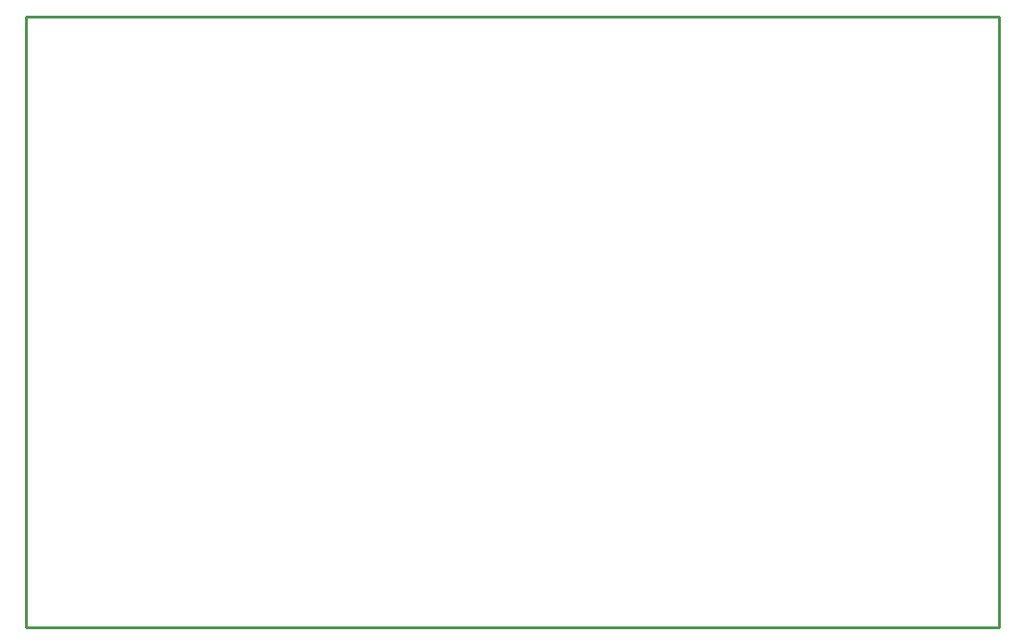
<source format=gbr>
G04 EAGLE Gerber RS-274X export*
G75*
%MOIN*%
%FSLAX34Y34*%
%LPD*%
%IN*%
%IPPOS*%
%AMOC8*
5,1,8,0,0,1.08239X$1,22.5*%
G01*
%ADD10C,0.010000*%


D10*
X0Y0D02*
X35000Y0D01*
X35000Y22000D01*
X0Y22000D01*
X0Y0D01*
M02*

</source>
